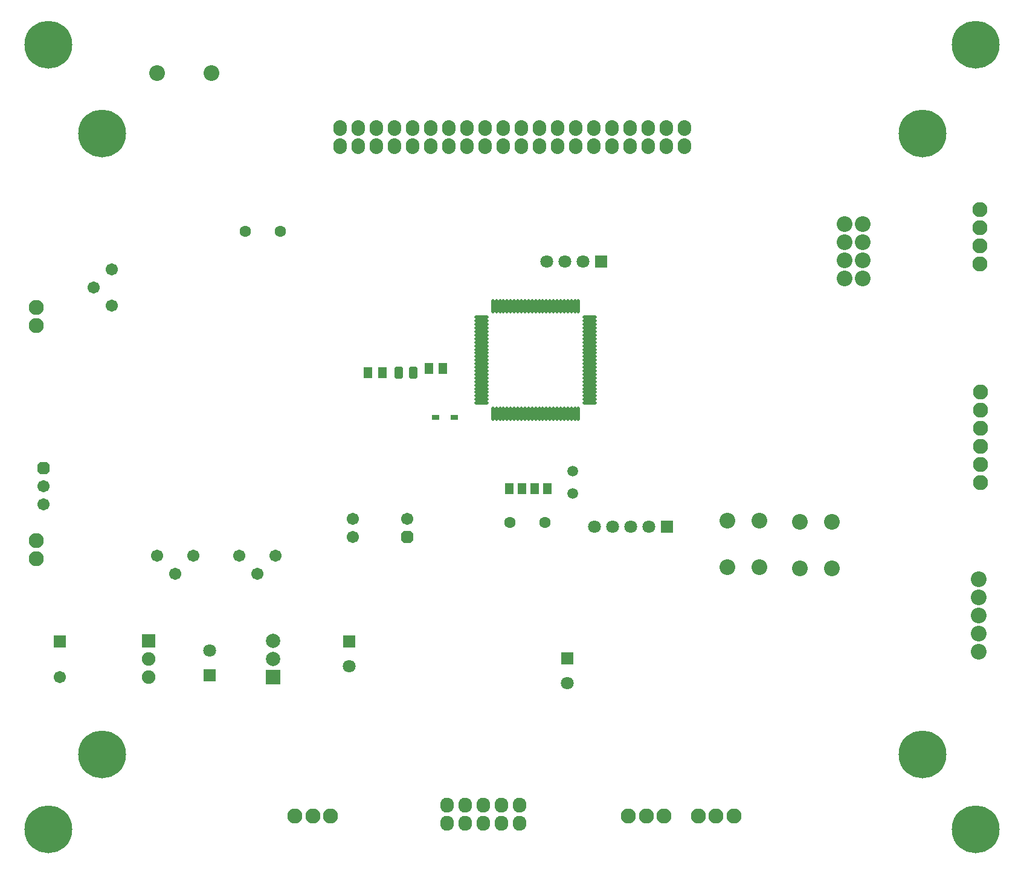
<source format=gbs>
%FSLAX24Y24*%
%MOIN*%
G70*
G01*
G75*
G04 Layer_Color=16711935*
%ADD10R,0.0374X0.0551*%
%ADD11R,0.0413X0.0551*%
%ADD12O,0.0866X0.0236*%
%ADD13R,0.0551X0.0374*%
%ADD14R,0.0394X0.0236*%
%ADD15R,0.1299X0.0945*%
%ADD16R,0.0394X0.0945*%
%ADD17R,0.0551X0.0413*%
%ADD18R,0.0236X0.0492*%
%ADD19R,0.0689X0.0394*%
%ADD20O,0.0984X0.0276*%
%ADD21R,0.1063X0.0453*%
%ADD22R,0.0571X0.0453*%
%ADD23R,0.0354X0.0197*%
%ADD24R,0.0453X0.0571*%
%ADD25O,0.0236X0.0669*%
G04:AMPARAMS|DCode=26|XSize=25.6mil|YSize=39.4mil|CornerRadius=6.4mil|HoleSize=0mil|Usage=FLASHONLY|Rotation=90.000|XOffset=0mil|YOffset=0mil|HoleType=Round|Shape=RoundedRectangle|*
%AMROUNDEDRECTD26*
21,1,0.0256,0.0266,0,0,90.0*
21,1,0.0128,0.0394,0,0,90.0*
1,1,0.0128,0.0133,0.0064*
1,1,0.0128,0.0133,-0.0064*
1,1,0.0128,-0.0133,-0.0064*
1,1,0.0128,-0.0133,0.0064*
%
%ADD26ROUNDEDRECTD26*%
%ADD27R,0.0236X0.0394*%
%ADD28C,0.0197*%
%ADD29C,0.0394*%
%ADD30C,0.0118*%
%ADD31C,0.0157*%
%ADD32C,0.0295*%
%ADD33C,0.0984*%
%ADD34C,0.2559*%
%ADD35C,0.0630*%
%ADD36R,0.0630X0.0630*%
%ADD37C,0.0787*%
%ADD38C,0.0512*%
%ADD39O,0.0669X0.0787*%
%ADD40O,0.0669X0.0748*%
%ADD41C,0.0748*%
%ADD42R,0.0630X0.0630*%
%ADD43C,0.0591*%
%ADD44R,0.0669X0.0669*%
%ADD45C,0.0669*%
%ADD46R,0.0709X0.0709*%
%ADD47C,0.0709*%
%ADD48R,0.0591X0.0591*%
G04:AMPARAMS|DCode=49|XSize=59.1mil|YSize=59.1mil|CornerRadius=0mil|HoleSize=0mil|Usage=FLASHONLY|Rotation=180.000|XOffset=0mil|YOffset=0mil|HoleType=Round|Shape=Octagon|*
%AMOCTAGOND49*
4,1,8,-0.0295,0.0148,-0.0295,-0.0148,-0.0148,-0.0295,0.0148,-0.0295,0.0295,-0.0148,0.0295,0.0148,0.0148,0.0295,-0.0148,0.0295,-0.0295,0.0148,0.0*
%
%ADD49OCTAGOND49*%

%ADD50C,0.0551*%
%ADD51C,0.0500*%
G04:AMPARAMS|DCode=52|XSize=40mil|YSize=60mil|CornerRadius=10mil|HoleSize=0mil|Usage=FLASHONLY|Rotation=180.000|XOffset=0mil|YOffset=0mil|HoleType=Round|Shape=RoundedRectangle|*
%AMROUNDEDRECTD52*
21,1,0.0400,0.0400,0,0,180.0*
21,1,0.0200,0.0600,0,0,180.0*
1,1,0.0200,-0.0100,0.0200*
1,1,0.0200,0.0100,0.0200*
1,1,0.0200,0.0100,-0.0200*
1,1,0.0200,-0.0100,-0.0200*
%
%ADD52ROUNDEDRECTD52*%
%ADD53O,0.0709X0.0118*%
%ADD54O,0.0118X0.0709*%
%ADD55C,0.0098*%
%ADD56C,0.0079*%
%ADD57C,0.0039*%
%ADD58C,0.0236*%
%ADD59C,0.0040*%
%ADD60C,0.0050*%
%ADD61C,0.0100*%
%ADD62R,0.0630X0.0217*%
%ADD63R,0.0454X0.0631*%
%ADD64R,0.0493X0.0631*%
%ADD65O,0.0946X0.0316*%
%ADD66R,0.0631X0.0454*%
%ADD67R,0.0474X0.0316*%
%ADD68R,0.1379X0.1025*%
%ADD69R,0.0474X0.1025*%
%ADD70R,0.0631X0.0493*%
%ADD71R,0.0316X0.0572*%
%ADD72R,0.0769X0.0474*%
%ADD73O,0.1064X0.0356*%
%ADD74R,0.1143X0.0533*%
%ADD75R,0.0651X0.0533*%
%ADD76R,0.0434X0.0277*%
%ADD77R,0.0533X0.0651*%
%ADD78O,0.0316X0.0749*%
G04:AMPARAMS|DCode=79|XSize=33.6mil|YSize=47.4mil|CornerRadius=10.4mil|HoleSize=0mil|Usage=FLASHONLY|Rotation=90.000|XOffset=0mil|YOffset=0mil|HoleType=Round|Shape=RoundedRectangle|*
%AMROUNDEDRECTD79*
21,1,0.0336,0.0266,0,0,90.0*
21,1,0.0128,0.0474,0,0,90.0*
1,1,0.0208,0.0133,0.0064*
1,1,0.0208,0.0133,-0.0064*
1,1,0.0208,-0.0133,-0.0064*
1,1,0.0208,-0.0133,0.0064*
%
%ADD79ROUNDEDRECTD79*%
%ADD80R,0.0316X0.0474*%
%ADD81C,0.1063*%
%ADD82C,0.2639*%
%ADD83C,0.0710*%
%ADD84R,0.0710X0.0710*%
%ADD85C,0.0867*%
%ADD86C,0.0592*%
%ADD87O,0.0749X0.0867*%
%ADD88O,0.0749X0.0828*%
%ADD89C,0.0828*%
%ADD90R,0.0710X0.0710*%
%ADD91C,0.0671*%
%ADD92R,0.0749X0.0749*%
%ADD93C,0.0749*%
%ADD94R,0.0789X0.0789*%
%ADD95C,0.0789*%
%ADD96R,0.0671X0.0671*%
G04:AMPARAMS|DCode=97|XSize=67.1mil|YSize=67.1mil|CornerRadius=0mil|HoleSize=0mil|Usage=FLASHONLY|Rotation=180.000|XOffset=0mil|YOffset=0mil|HoleType=Round|Shape=Octagon|*
%AMOCTAGOND97*
4,1,8,-0.0335,0.0168,-0.0335,-0.0168,-0.0168,-0.0335,0.0168,-0.0335,0.0335,-0.0168,0.0335,0.0168,0.0168,0.0335,-0.0168,0.0335,-0.0335,0.0168,0.0*
%
%ADD97OCTAGOND97*%

%ADD98C,0.0631*%
G04:AMPARAMS|DCode=99|XSize=48mil|YSize=68mil|CornerRadius=14mil|HoleSize=0mil|Usage=FLASHONLY|Rotation=180.000|XOffset=0mil|YOffset=0mil|HoleType=Round|Shape=RoundedRectangle|*
%AMROUNDEDRECTD99*
21,1,0.0480,0.0400,0,0,180.0*
21,1,0.0200,0.0680,0,0,180.0*
1,1,0.0280,-0.0100,0.0200*
1,1,0.0280,0.0100,0.0200*
1,1,0.0280,0.0100,-0.0200*
1,1,0.0280,-0.0100,-0.0200*
%
%ADD99ROUNDEDRECTD99*%
%ADD100O,0.0789X0.0198*%
%ADD101O,0.0198X0.0789*%
D63*
X29456Y37000D02*
D03*
X30244D02*
D03*
X32806Y37250D02*
D03*
X33594D02*
D03*
D64*
X38646Y30600D02*
D03*
X39354D02*
D03*
X37954D02*
D03*
X37246D02*
D03*
D76*
X33188Y34550D02*
D03*
X34212D02*
D03*
D82*
X60039Y50197D02*
D03*
X14764Y15945D02*
D03*
Y50197D02*
D03*
X60039Y15945D02*
D03*
X11811Y11811D02*
D03*
X62992D02*
D03*
X11811Y55118D02*
D03*
X62992D02*
D03*
D83*
X39300Y43150D02*
D03*
X40300D02*
D03*
X41300D02*
D03*
X20700Y21689D02*
D03*
X40450Y19861D02*
D03*
X28400Y20811D02*
D03*
X44950Y28500D02*
D03*
X43950D02*
D03*
X42950D02*
D03*
X41950D02*
D03*
D84*
X42300Y43150D02*
D03*
X45950Y28500D02*
D03*
D85*
X17804Y53550D02*
D03*
X20796D02*
D03*
X56750Y45200D02*
D03*
X55750D02*
D03*
X56750Y44200D02*
D03*
X55750D02*
D03*
X56750Y43200D02*
D03*
X55750D02*
D03*
Y42200D02*
D03*
X56750D02*
D03*
X51036Y28830D02*
D03*
X49264D02*
D03*
Y26270D02*
D03*
X51036D02*
D03*
X55036Y28780D02*
D03*
X53264D02*
D03*
Y26220D02*
D03*
X55036D02*
D03*
X63150Y25600D02*
D03*
Y24600D02*
D03*
Y23600D02*
D03*
Y22600D02*
D03*
Y21600D02*
D03*
D86*
X40750Y31560D02*
D03*
Y30340D02*
D03*
D87*
X31902Y49500D02*
D03*
Y50500D02*
D03*
X32902Y49500D02*
D03*
Y50500D02*
D03*
X33902Y49500D02*
D03*
Y50500D02*
D03*
X46902D02*
D03*
Y49500D02*
D03*
X45902Y50500D02*
D03*
Y49500D02*
D03*
X44902Y50500D02*
D03*
Y49500D02*
D03*
X43902D02*
D03*
Y50500D02*
D03*
X42902Y49500D02*
D03*
Y50500D02*
D03*
X41902Y49500D02*
D03*
Y50500D02*
D03*
X40902Y49500D02*
D03*
Y50500D02*
D03*
X39902Y49500D02*
D03*
Y50500D02*
D03*
X38902Y49500D02*
D03*
Y50500D02*
D03*
X37902Y49500D02*
D03*
Y50500D02*
D03*
X36902D02*
D03*
Y49500D02*
D03*
X35902Y50500D02*
D03*
Y49500D02*
D03*
X34902Y50500D02*
D03*
Y49500D02*
D03*
X30902Y50500D02*
D03*
Y49500D02*
D03*
X29902Y50500D02*
D03*
Y49500D02*
D03*
X28902Y50500D02*
D03*
Y49500D02*
D03*
X27902Y50500D02*
D03*
Y49500D02*
D03*
D88*
X33800Y12150D02*
D03*
Y13150D02*
D03*
X34800Y12150D02*
D03*
Y13150D02*
D03*
X35800Y12150D02*
D03*
Y13150D02*
D03*
X36800D02*
D03*
Y12150D02*
D03*
X37800Y13150D02*
D03*
Y12150D02*
D03*
D89*
X63250Y30950D02*
D03*
Y31950D02*
D03*
Y32950D02*
D03*
Y33950D02*
D03*
Y34950D02*
D03*
Y35950D02*
D03*
X11151Y26750D02*
D03*
X11149Y27750D02*
D03*
Y40600D02*
D03*
X11151Y39600D02*
D03*
X47666Y12550D02*
D03*
X48650D02*
D03*
X49634D02*
D03*
X43816D02*
D03*
X44800D02*
D03*
X45784D02*
D03*
X25416D02*
D03*
X26400D02*
D03*
X27384D02*
D03*
X63200Y43000D02*
D03*
Y44000D02*
D03*
Y45000D02*
D03*
Y46000D02*
D03*
D90*
X20700Y20311D02*
D03*
X40450Y21239D02*
D03*
X28400Y22189D02*
D03*
D91*
X19800Y26900D02*
D03*
X18800Y25900D02*
D03*
X17800Y26900D02*
D03*
X24350D02*
D03*
X23350Y25900D02*
D03*
X22350Y26900D02*
D03*
X12450Y20216D02*
D03*
X15300Y40700D02*
D03*
X14300Y41700D02*
D03*
X15300Y42700D02*
D03*
X11550Y29750D02*
D03*
Y30750D02*
D03*
X28600Y27950D02*
D03*
Y28950D02*
D03*
X31600D02*
D03*
D92*
X17350Y22200D02*
D03*
D93*
Y21200D02*
D03*
Y20200D02*
D03*
D94*
X24200Y20200D02*
D03*
D95*
Y21200D02*
D03*
Y22200D02*
D03*
D96*
X12450Y22184D02*
D03*
D97*
X11550Y31750D02*
D03*
X31600Y27950D02*
D03*
D98*
X22689Y44800D02*
D03*
X24611D02*
D03*
X39211Y28750D02*
D03*
X37289D02*
D03*
D99*
X31950Y37000D02*
D03*
X31150D02*
D03*
D100*
X41672Y35338D02*
D03*
Y35535D02*
D03*
Y35731D02*
D03*
Y35928D02*
D03*
Y36125D02*
D03*
Y36322D02*
D03*
Y36519D02*
D03*
Y36716D02*
D03*
Y36913D02*
D03*
Y37109D02*
D03*
Y37306D02*
D03*
Y37503D02*
D03*
Y37700D02*
D03*
Y37897D02*
D03*
Y38094D02*
D03*
Y38291D02*
D03*
Y38487D02*
D03*
Y38684D02*
D03*
Y38881D02*
D03*
Y39078D02*
D03*
Y39275D02*
D03*
Y39472D02*
D03*
Y39669D02*
D03*
Y39865D02*
D03*
Y40062D02*
D03*
X35728D02*
D03*
Y39865D02*
D03*
Y39669D02*
D03*
Y39472D02*
D03*
Y39275D02*
D03*
Y39078D02*
D03*
Y38881D02*
D03*
Y38684D02*
D03*
Y38487D02*
D03*
Y38291D02*
D03*
Y38094D02*
D03*
Y37897D02*
D03*
Y37700D02*
D03*
Y37503D02*
D03*
Y37306D02*
D03*
Y37109D02*
D03*
Y36913D02*
D03*
Y36716D02*
D03*
Y36519D02*
D03*
Y36322D02*
D03*
Y36125D02*
D03*
Y35928D02*
D03*
Y35731D02*
D03*
Y35535D02*
D03*
Y35338D02*
D03*
D101*
X41062Y40672D02*
D03*
X40865D02*
D03*
X40669D02*
D03*
X40472D02*
D03*
X40275D02*
D03*
X40078D02*
D03*
X39881D02*
D03*
X39684D02*
D03*
X39487D02*
D03*
X39291D02*
D03*
X39094D02*
D03*
X38897D02*
D03*
X38700D02*
D03*
X38503D02*
D03*
X38306D02*
D03*
X38109D02*
D03*
X37913D02*
D03*
X37716D02*
D03*
X37519D02*
D03*
X37322D02*
D03*
X37125D02*
D03*
X36928D02*
D03*
X36732D02*
D03*
X36535D02*
D03*
X36338D02*
D03*
Y34728D02*
D03*
X36535D02*
D03*
X36732D02*
D03*
X36928D02*
D03*
X37125D02*
D03*
X37322D02*
D03*
X37519D02*
D03*
X37716D02*
D03*
X37913D02*
D03*
X38109D02*
D03*
X38306D02*
D03*
X38503D02*
D03*
X38700D02*
D03*
X38897D02*
D03*
X39094D02*
D03*
X39291D02*
D03*
X39487D02*
D03*
X39684D02*
D03*
X39881D02*
D03*
X40078D02*
D03*
X40275D02*
D03*
X40472D02*
D03*
X40669D02*
D03*
X40865D02*
D03*
X41062D02*
D03*
M02*

</source>
